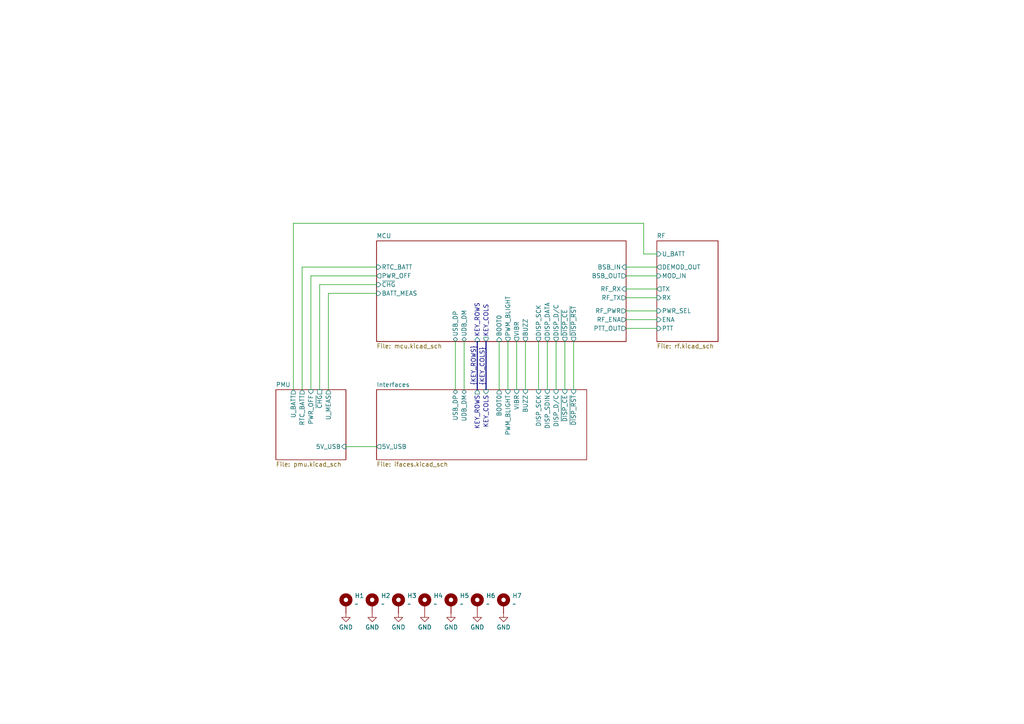
<source format=kicad_sch>
(kicad_sch (version 20231120) (generator "eeschema") (generator_version "8.0")
  (paper "A4")
  (title_block (title "Mainboard replacement for Nokia 3310") (date "29-01-2025") (rev "Rev A") (company "M17 Project") (comment 1 "Wojciech Kaczmarski, SP5WWP"))
  (lib_symbols
    (symbol "Mechanical:MountingHole_Pad" (pin_numbers hide) (pin_names (offset 1.016) hide) (exclude_from_sim yes) (in_bom no)
      (property "Reference" "H" (at 0 6.35 0))
      (property "Value" "MountingHole_Pad" (at 0 4.445 0))
      (symbol "MountingHole_Pad_0_1"
        (circle (center 0 1.27) (radius 1.27) (stroke (width 1.27)))
      )
      (symbol "MountingHole_Pad_1_1"
        (pin input line (at 0 -2.54 90) (length 2.54) (name "1") (number "1"))
      )
    )
    (symbol "power:GND" (power) (pin_numbers hide) (pin_names (offset 0) hide)
      (property "Value" "GND" (at 0 -3.81 0))
      (symbol "GND_0_1"
        (polyline (pts (xy 0 0) (xy 0 -1.27) (xy 1.27 -1.27) (xy 0 -2.54) (xy -1.27 -1.27) (xy 0 -1.27)))
      )
      (symbol "GND_1_1"
        (pin power_in line (at 0 0 270) (length 0) (name "~") (number "1"))
      )
    )
  )
  (wire (pts (xy 181.61 77.47) (xy 190.5 77.47)))
  (wire (pts (xy 152.4 99.06) (xy 152.4 113.03)))
  (wire (pts (xy 85.09 64.77) (xy 186.69 64.77)))
  (wire (pts (xy 181.61 92.71) (xy 190.5 92.71)))
  (wire (pts (xy 85.09 64.77) (xy 85.09 113.03)))
  (wire (pts (xy 181.61 95.25) (xy 190.5 95.25)))
  (wire (pts (xy 166.37 99.06) (xy 166.37 113.03)))
  (wire (pts (xy 109.22 82.55) (xy 92.71 82.55)))
  (wire (pts (xy 100.33 129.54) (xy 109.22 129.54)))
  (wire (pts (xy 90.17 80.01) (xy 109.22 80.01)))
  (wire (pts (xy 156.21 99.06) (xy 156.21 113.03)))
  (wire (pts (xy 186.69 64.77) (xy 186.69 73.66)))
  (wire (pts (xy 181.61 86.36) (xy 190.5 86.36)))
  (wire (pts (xy 87.63 77.47) (xy 87.63 113.03)))
  (bus (pts (xy 138.43 99.06) (xy 138.43 113.03)))
  (wire (pts (xy 109.22 85.09) (xy 95.25 85.09)))
  (wire (pts (xy 158.75 99.06) (xy 158.75 113.03)))
  (wire (pts (xy 161.29 99.06) (xy 161.29 113.03)))
  (wire (pts (xy 181.61 80.01) (xy 190.5 80.01)))
  (bus (pts (xy 140.97 99.06) (xy 140.97 113.03)))
  (wire (pts (xy 109.22 77.47) (xy 87.63 77.47)))
  (wire (pts (xy 132.08 99.06) (xy 132.08 113.03)))
  (wire (pts (xy 92.71 82.55) (xy 92.71 113.03)))
  (wire (pts (xy 147.32 99.06) (xy 147.32 113.03)))
  (wire (pts (xy 181.61 90.17) (xy 190.5 90.17)))
  (wire (pts (xy 181.61 83.82) (xy 190.5 83.82)))
  (wire (pts (xy 186.69 73.66) (xy 190.5 73.66)))
  (wire (pts (xy 144.78 99.06) (xy 144.78 113.03)))
  (wire (pts (xy 95.25 85.09) (xy 95.25 113.03)))
  (wire (pts (xy 134.62 99.06) (xy 134.62 113.03)))
  (wire (pts (xy 163.83 99.06) (xy 163.83 113.03)))
  (wire (pts (xy 149.86 99.06) (xy 149.86 113.03)))
  (wire (pts (xy 90.17 113.03) (xy 90.17 80.01)))
  (label "{KEY_ROWS}" (at 138.43 111.76 90))
  (label "{KEY_COLS}" (at 140.97 111.76 90))
  (symbol (lib_id "power:GND") (at 123.19 177.8 0) (unit 1)
    (property "Reference" "#PWR04" (effects (hide yes)))
    (property "Value" "GND" (at 123.19 181.9331 0))
    (property "Description" "Power symbol creates a global label with name \"GND\" , ground" (effects (hide yes)))
  )
  (symbol (lib_id "Mechanical:MountingHole_Pad") (at 107.95 175.26 0) (unit 1) (exclude_from_sim yes) (in_bom no)
    (property "Reference" "H2" (at 110.49 172.7778 0) (effects (justify left)))
    (property "Value" "~" (at 110.49 175.2021 0) (effects (justify left)))
    (property "Footprint" "Parts:2mm_mounting_hole_sig" (effects (hide yes)))
    (property "Description" "Mounting Hole with connection" (effects (hide yes)))
  )
  (symbol (lib_id "Mechanical:MountingHole_Pad") (at 100.33 175.26 0) (unit 1) (exclude_from_sim yes) (in_bom no)
    (property "Reference" "H1" (at 102.87 172.7778 0) (effects (justify left)))
    (property "Value" "~" (at 102.87 175.2021 0) (effects (justify left)))
    (property "Footprint" "Parts:2mm_mounting_hole_sig" (effects (hide yes)))
    (property "Description" "Mounting Hole with connection" (effects (hide yes)))
  )
  (symbol (lib_id "Mechanical:MountingHole_Pad") (at 146.05 175.26 0) (unit 1) (exclude_from_sim yes) (in_bom no)
    (property "Reference" "H7" (at 148.59 172.7778 0) (effects (justify left)))
    (property "Value" "~" (at 148.59 175.2021 0) (effects (justify left)))
    (property "Footprint" "Parts:2mm_mounting_hole_sig" (effects (hide yes)))
    (property "Description" "Mounting Hole with connection" (effects (hide yes)))
  )
  (symbol (lib_id "power:GND") (at 130.81 177.8 0) (unit 1)
    (property "Reference" "#PWR05" (effects (hide yes)))
    (property "Value" "GND" (at 130.81 181.9331 0))
    (property "Description" "Power symbol creates a global label with name \"GND\" , ground" (effects (hide yes)))
  )
  (symbol (lib_id "power:GND") (at 146.05 177.8 0) (unit 1)
    (property "Reference" "#PWR07" (effects (hide yes)))
    (property "Value" "GND" (at 146.05 181.9331 0))
    (property "Description" "Power symbol creates a global label with name \"GND\" , ground" (effects (hide yes)))
  )
  (symbol (lib_id "Mechanical:MountingHole_Pad") (at 115.57 175.26 0) (unit 1) (exclude_from_sim yes) (in_bom no)
    (property "Reference" "H3" (at 118.11 172.7778 0) (effects (justify left)))
    (property "Value" "~" (at 118.11 175.2021 0) (effects (justify left)))
    (property "Footprint" "Parts:2mm_mounting_hole_sig" (effects (hide yes)))
    (property "Description" "Mounting Hole with connection" (effects (hide yes)))
  )
  (symbol (lib_id "power:GND") (at 100.33 177.8 0) (unit 1)
    (property "Reference" "#PWR01" (effects (hide yes)))
    (property "Value" "GND" (at 100.33 181.9331 0))
    (property "Description" "Power symbol creates a global label with name \"GND\" , ground" (effects (hide yes)))
  )
  (symbol (lib_id "Mechanical:MountingHole_Pad") (at 130.81 175.26 0) (unit 1) (exclude_from_sim yes) (in_bom no)
    (property "Reference" "H5" (at 133.35 172.7778 0) (effects (justify left)))
    (property "Value" "~" (at 133.35 175.2021 0) (effects (justify left)))
    (property "Footprint" "Parts:2mm_mounting_hole_sig" (effects (hide yes)))
    (property "Description" "Mounting Hole with connection" (effects (hide yes)))
  )
  (symbol (lib_id "Mechanical:MountingHole_Pad") (at 138.43 175.26 0) (unit 1) (exclude_from_sim yes) (in_bom no)
    (property "Reference" "H6" (at 140.97 172.7778 0) (effects (justify left)))
    (property "Value" "~" (at 140.97 175.2021 0) (effects (justify left)))
    (property "Footprint" "Parts:2mm_mounting_hole_sig" (effects (hide yes)))
    (property "Description" "Mounting Hole with connection" (effects (hide yes)))
  )
  (symbol (lib_id "power:GND") (at 138.43 177.8 0) (unit 1)
    (property "Reference" "#PWR06" (effects (hide yes)))
    (property "Value" "GND" (at 138.43 181.9331 0))
    (property "Description" "Power symbol creates a global label with name \"GND\" , ground" (effects (hide yes)))
  )
  (symbol (lib_id "Mechanical:MountingHole_Pad") (at 123.19 175.26 0) (unit 1) (exclude_from_sim yes) (in_bom no)
    (property "Reference" "H4" (at 125.73 172.7778 0) (effects (justify left)))
    (property "Value" "~" (at 125.73 175.2021 0) (effects (justify left)))
    (property "Footprint" "Parts:2mm_mounting_hole_sig" (effects (hide yes)))
    (property "Description" "Mounting Hole with connection" (effects (hide yes)))
  )
  (symbol (lib_id "power:GND") (at 107.95 177.8 0) (unit 1)
    (property "Reference" "#PWR02" (effects (hide yes)))
    (property "Value" "GND" (at 107.95 181.9331 0))
    (property "Description" "Power symbol creates a global label with name \"GND\" , ground" (effects (hide yes)))
  )
  (symbol (lib_id "power:GND") (at 115.57 177.8 0) (unit 1)
    (property "Reference" "#PWR03" (effects (hide yes)))
    (property "Value" "GND" (at 115.57 181.9331 0))
    (property "Description" "Power symbol creates a global label with name \"GND\" , ground" (effects (hide yes)))
  )
  (sheet (at 190.5 69.85) (size 17.78 29.21) (stroke (width 0.1524))
    (property "Sheetname" "RF" (at 190.5 69.1384 0) (effects (justify left bottom)))
    (property "Sheetfile" "rf.kicad_sch" (at 190.5 99.6446 0) (effects (justify left top)))
    (pin "TX" output (at 190.5 83.82 180))
    (pin "RX" input (at 190.5 86.36 180))
    (pin "ENA" input (at 190.5 92.71 180))
    (pin "PTT" input (at 190.5 95.25 180))
    (pin "MOD_IN" input (at 190.5 80.01 180))
    (pin "U_BATT" input (at 190.5 73.66 180))
    (pin "PWR_SEL" input (at 190.5 90.17 180))
    (pin "DEMOD_OUT" output (at 190.5 77.47 180))
  )
  (sheet (at 109.22 113.03) (size 60.96 20.32) (stroke (width 0.1524))
    (property "Sheetname" "Interfaces" (at 109.22 112.3184 0) (effects (justify left bottom)))
    (property "Sheetfile" "ifaces.kicad_sch" (at 109.22 133.9346 0) (effects (justify left top)))
    (pin "USB_DP" bidirectional (at 132.08 113.03 90))
    (pin "UDB_DM" bidirectional (at 134.62 113.03 90))
    (pin "5V_USB" output (at 109.22 129.54 180))
    (pin "KEY_COLS" input (at 140.97 113.03 90))
    (pin "PWM_BLIGHT" input (at 147.32 113.03 90))
    (pin "BOOT0" output (at 144.78 113.03 90))
    (pin "KEY_ROWS" output (at 138.43 113.03 90))
    (pin "DISP_SCK" input (at 156.21 113.03 90))
    (pin "~{DISP_CE}" input (at 163.83 113.03 90))
    (pin "DISP_D{slash}C" input (at 161.29 113.03 90))
    (pin "DISP_SDIN" input (at 158.75 113.03 90))
    (pin "~{DISP_RST}" input (at 166.37 113.03 90))
    (pin "VIBR" input (at 149.86 113.03 90))
    (pin "BUZZ" input (at 152.4 113.03 90))
  )
  (sheet (at 80.01 113.03) (size 20.32 20.32) (stroke (width 0.1524))
    (property "Sheetname" "PMU" (at 80.01 112.3184 0) (effects (justify left bottom)))
    (property "Sheetfile" "pmu.kicad_sch" (at 80.01 133.9346 0) (effects (justify left top)))
    (pin "5V_USB" input (at 100.33 129.54 0))
    (pin "U_BATT" output (at 85.09 113.03 90))
    (pin "~{CHG}" passive (at 92.71 113.03 90))
    (pin "RTC_BATT" output (at 87.63 113.03 90))
    (pin "U_MEAS" output (at 95.25 113.03 90))
    (pin "PWR_OFF" input (at 90.17 113.03 90))
  )
  (sheet (at 109.22 69.85) (size 72.39 29.21) (stroke (width 0.1524))
    (property "Sheetname" "MCU" (at 109.22 69.1384 0) (effects (justify left bottom)))
    (property "Sheetfile" "mcu.kicad_sch" (at 109.22 99.6446 0) (effects (justify left top)))
    (pin "RTC_BATT" input (at 109.22 77.47 180))
    (pin "UDB_DM" bidirectional (at 134.62 99.06 270))
    (pin "USB_DP" bidirectional (at 132.08 99.06 270))
    (pin "RF_RX" input (at 181.61 83.82 0))
    (pin "RF_TX" output (at 181.61 86.36 0))
    (pin "BOOT0" input (at 144.78 99.06 270))
    (pin "PTT_OUT" output (at 181.61 95.25 0))
    (pin "RF_ENA" output (at 181.61 92.71 0))
    (pin "RF_PWR" output (at 181.61 90.17 0))
    (pin "KEY_ROWS" input (at 138.43 99.06 270))
    (pin "KEY_COLS" output (at 140.97 99.06 270))
    (pin "PWM_BLIGHT" output (at 147.32 99.06 270))
    (pin "DISP_SCK" output (at 156.21 99.06 270))
    (pin "DISP_DATA" output (at 158.75 99.06 270))
    (pin "DISP_D{slash}C" output (at 161.29 99.06 270))
    (pin "~{DISP_RST}" output (at 166.37 99.06 270))
    (pin "~{DISP_CE}" output (at 163.83 99.06 270))
    (pin "~{CHG}" input (at 109.22 82.55 180))
    (pin "BSB_IN" input (at 181.61 77.47 0))
    (pin "BSB_OUT" output (at 181.61 80.01 0))
    (pin "VIBR" output (at 149.86 99.06 270))
    (pin "BATT_MEAS" input (at 109.22 85.09 180))
    (pin "BUZZ" output (at 152.4 99.06 270))
    (pin "PWR_OFF" output (at 109.22 80.01 180))
  )
)
</source>
